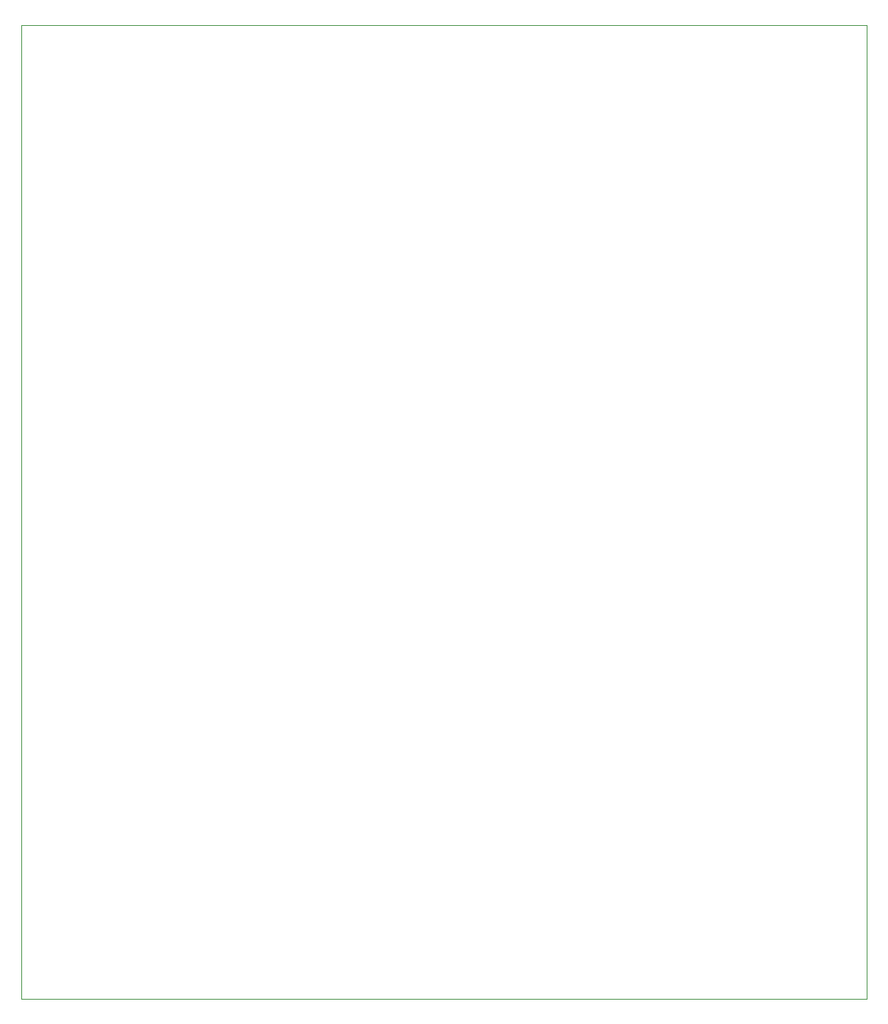
<source format=gbr>
G04 #@! TF.GenerationSoftware,KiCad,Pcbnew,(6.0.7-1)-1*
G04 #@! TF.CreationDate,2022-08-13T20:31:23-04:00*
G04 #@! TF.ProjectId,KnGXT,4b6e4758-542e-46b6-9963-61645f706362,rev?*
G04 #@! TF.SameCoordinates,Original*
G04 #@! TF.FileFunction,Profile,NP*
%FSLAX46Y46*%
G04 Gerber Fmt 4.6, Leading zero omitted, Abs format (unit mm)*
G04 Created by KiCad (PCBNEW (6.0.7-1)-1) date 2022-08-13 20:31:23*
%MOMM*%
%LPD*%
G01*
G04 APERTURE LIST*
G04 #@! TA.AperFunction,Profile*
%ADD10C,0.100000*%
G04 #@! TD*
G04 APERTURE END LIST*
D10*
X17400000Y-22650000D02*
X111400000Y-22650000D01*
X111400000Y-22650000D02*
X111400000Y-131000000D01*
X111400000Y-131000000D02*
X17400000Y-131000000D01*
X17400000Y-131000000D02*
X17400000Y-22650000D01*
M02*

</source>
